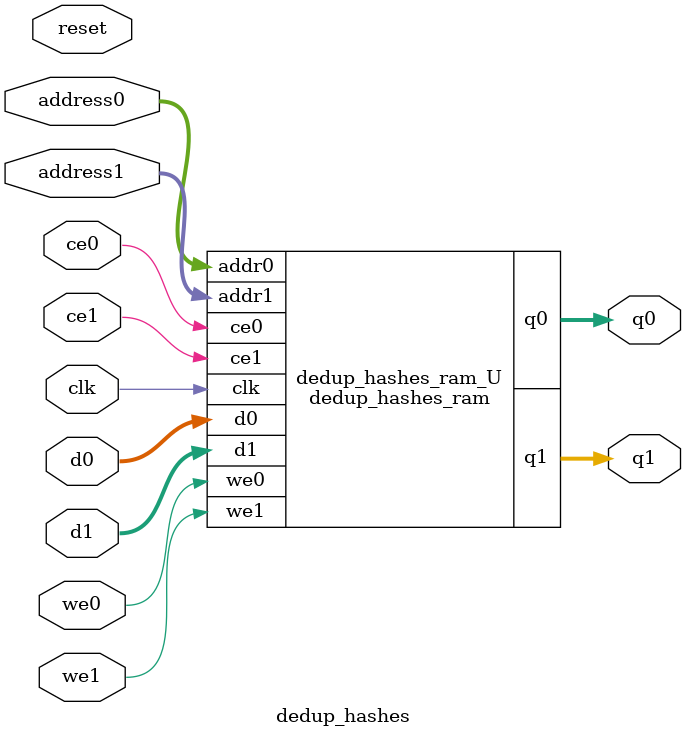
<source format=v>

`timescale 1 ns / 1 ps
module dedup_hashes_ram (addr0, ce0, d0, we0, q0, addr1, ce1, d1, we1, q1,  clk);

parameter DWIDTH = 32;
parameter AWIDTH = 5;
parameter MEM_SIZE = 28;

input[AWIDTH-1:0] addr0;
input ce0;
input[DWIDTH-1:0] d0;
input we0;
output reg[DWIDTH-1:0] q0;
input[AWIDTH-1:0] addr1;
input ce1;
input[DWIDTH-1:0] d1;
input we1;
output reg[DWIDTH-1:0] q1;
input clk;

(* ram_style = "block" *)reg [DWIDTH-1:0] ram[MEM_SIZE-1:0];




always @(posedge clk)  
begin 
    if (ce0) 
    begin
        if (we0) 
        begin 
            ram[addr0] <= d0; 
            q0 <= d0;
        end 
        else 
            q0 <= ram[addr0];
    end
end


always @(posedge clk)  
begin 
    if (ce1) 
    begin
        if (we1) 
        begin 
            ram[addr1] <= d1; 
            q1 <= d1;
        end 
        else 
            q1 <= ram[addr1];
    end
end


endmodule


`timescale 1 ns / 1 ps
module dedup_hashes(
    reset,
    clk,
    address0,
    ce0,
    we0,
    d0,
    q0,
    address1,
    ce1,
    we1,
    d1,
    q1);

parameter DataWidth = 32'd32;
parameter AddressRange = 32'd28;
parameter AddressWidth = 32'd5;
input reset;
input clk;
input[AddressWidth - 1:0] address0;
input ce0;
input we0;
input[DataWidth - 1:0] d0;
output[DataWidth - 1:0] q0;
input[AddressWidth - 1:0] address1;
input ce1;
input we1;
input[DataWidth - 1:0] d1;
output[DataWidth - 1:0] q1;



dedup_hashes_ram dedup_hashes_ram_U(
    .clk( clk ),
    .addr0( address0 ),
    .ce0( ce0 ),
    .d0( d0 ),
    .we0( we0 ),
    .q0( q0 ),
    .addr1( address1 ),
    .ce1( ce1 ),
    .d1( d1 ),
    .we1( we1 ),
    .q1( q1 ));

endmodule


</source>
